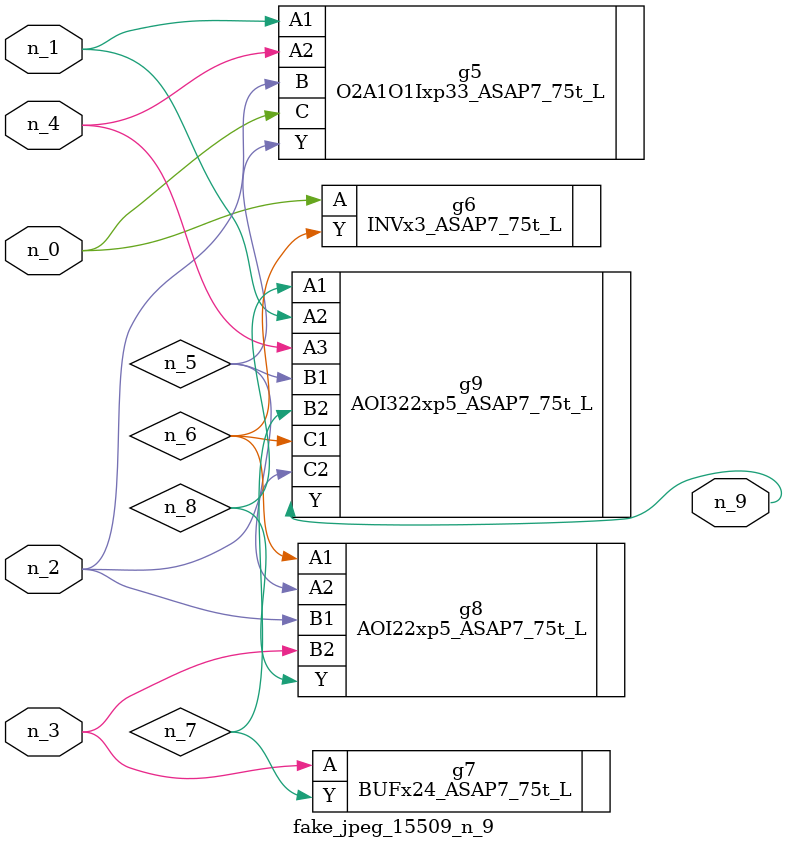
<source format=v>
module fake_jpeg_15509_n_9 (n_3, n_2, n_1, n_0, n_4, n_9);

input n_3;
input n_2;
input n_1;
input n_0;
input n_4;

output n_9;

wire n_8;
wire n_6;
wire n_5;
wire n_7;

O2A1O1Ixp33_ASAP7_75t_L g5 ( 
.A1(n_1),
.A2(n_4),
.B(n_2),
.C(n_0),
.Y(n_5)
);

INVx3_ASAP7_75t_L g6 ( 
.A(n_0),
.Y(n_6)
);

BUFx24_ASAP7_75t_L g7 ( 
.A(n_3),
.Y(n_7)
);

AOI22xp5_ASAP7_75t_L g8 ( 
.A1(n_6),
.A2(n_5),
.B1(n_2),
.B2(n_3),
.Y(n_8)
);

AOI322xp5_ASAP7_75t_L g9 ( 
.A1(n_8),
.A2(n_1),
.A3(n_4),
.B1(n_5),
.B2(n_7),
.C1(n_6),
.C2(n_2),
.Y(n_9)
);


endmodule
</source>
